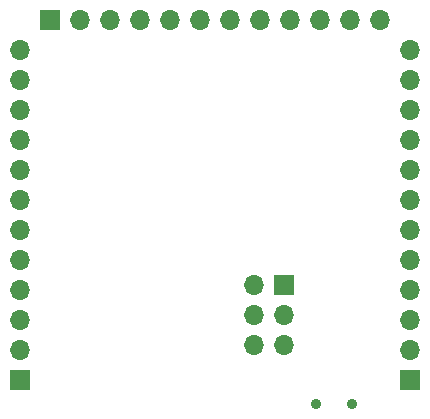
<source format=gbs>
%TF.GenerationSoftware,KiCad,Pcbnew,(6.0.0-0)*%
%TF.CreationDate,2022-04-20T00:31:45+02:00*%
%TF.ProjectId,STM32G4_PCB,53544d33-3247-4345-9f50-43422e6b6963,rev?*%
%TF.SameCoordinates,Original*%
%TF.FileFunction,Soldermask,Bot*%
%TF.FilePolarity,Negative*%
%FSLAX46Y46*%
G04 Gerber Fmt 4.6, Leading zero omitted, Abs format (unit mm)*
G04 Created by KiCad (PCBNEW (6.0.0-0)) date 2022-04-20 00:31:45*
%MOMM*%
%LPD*%
G01*
G04 APERTURE LIST*
%ADD10O,1.700000X1.700000*%
%ADD11R,1.700000X1.700000*%
%ADD12C,0.900000*%
G04 APERTURE END LIST*
D10*
X99060000Y-114300000D03*
X99060000Y-116840000D03*
X99060000Y-119380000D03*
X99060000Y-121920000D03*
X99060000Y-124460000D03*
X99060000Y-127000000D03*
X99060000Y-129540000D03*
X99060000Y-132080000D03*
X99060000Y-134620000D03*
X99060000Y-137160000D03*
X99060000Y-139700000D03*
D11*
X99060000Y-142240000D03*
D10*
X66040000Y-114300000D03*
X66040000Y-116840000D03*
X66040000Y-119380000D03*
X66040000Y-121920000D03*
X66040000Y-124460000D03*
X66040000Y-127000000D03*
X66040000Y-129540000D03*
X66040000Y-132080000D03*
X66040000Y-134620000D03*
X66040000Y-137160000D03*
X66040000Y-139700000D03*
D11*
X66040000Y-142240000D03*
X68580000Y-111760000D03*
D10*
X71120000Y-111760000D03*
X73660000Y-111760000D03*
X76200000Y-111760000D03*
X78740000Y-111760000D03*
X81280000Y-111760000D03*
X83820000Y-111760000D03*
X86360000Y-111760000D03*
X88900000Y-111760000D03*
X91440000Y-111760000D03*
X93980000Y-111760000D03*
X96520000Y-111760000D03*
X85799000Y-139252000D03*
X88339000Y-139252000D03*
X85799000Y-136712000D03*
X88339000Y-136712000D03*
X85799000Y-134172000D03*
D11*
X88339000Y-134172000D03*
D12*
X91083000Y-144254000D03*
X94083000Y-144254000D03*
M02*

</source>
